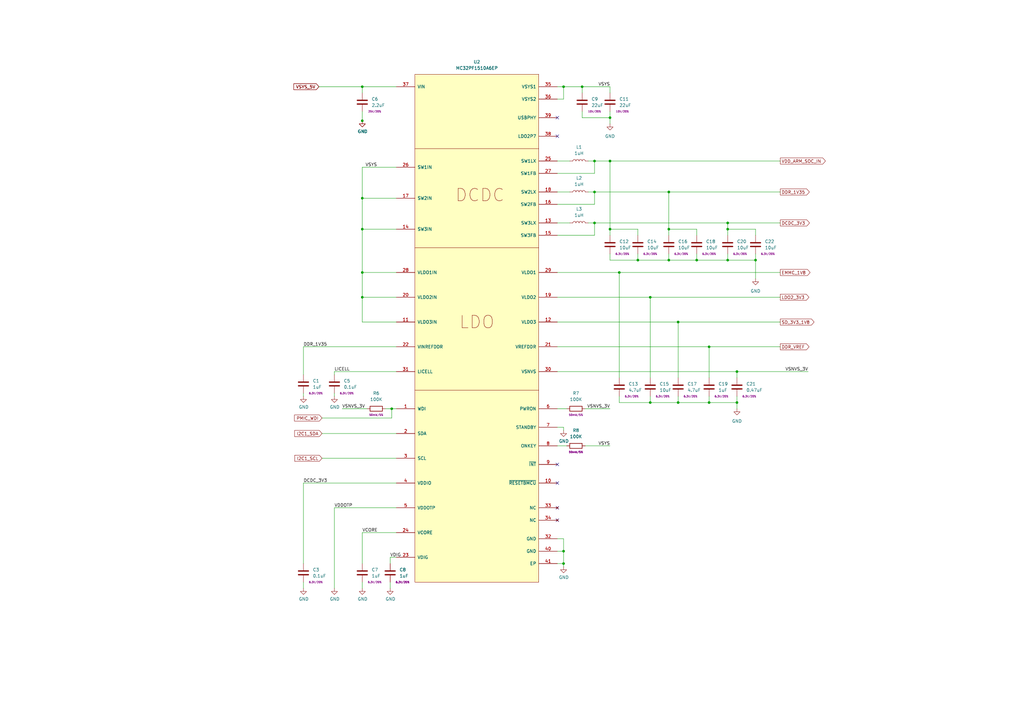
<source format=kicad_sch>
(kicad_sch (version 20211123) (generator eeschema)
  (paper "A3")
  (lib_symbols
    (symbol "Device:C" (pin_numbers hide) (pin_names (offset 0.254))
      (property "Reference" "C" (at 0.635 2.54 0))
      (property "Value" "C" (at 0.635 -2.54 0))
      (symbol "C_0_1"
        (polyline (pts (xy -2.032 -0.762) (xy 2.032 -0.762)) (stroke (width 0.508)))
        (polyline (pts (xy -2.032 0.762) (xy 2.032 0.762)) (stroke (width 0.508)))
      )
      (symbol "C_1_1"
        (pin passive line (at 0 3.81 270) (length 2.794) (name "~") (number "1"))
        (pin passive line (at 0 -3.81 90) (length 2.794) (name "~") (number "2"))
      )
    )
    (symbol "Device:L" (pin_numbers hide) (pin_names (offset 1.016) hide)
      (property "Reference" "L" (at -1.27 0 90))
      (property "Value" "L" (at 1.905 0 90))
      (symbol "L_0_1"
        (arc (start 0 -2.54) (mid 0.635 -1.905) (end 0 -1.27))
        (arc (start 0 -1.27) (mid 0.635 -0.635) (end 0 0))
        (arc (start 0 0) (mid 0.635 0.635) (end 0 1.27))
        (arc (start 0 1.27) (mid 0.635 1.905) (end 0 2.54))
      )
      (symbol "L_1_1"
        (pin passive line (at 0 3.81 270) (length 1.27) (name "1") (number "1"))
        (pin passive line (at 0 -3.81 90) (length 1.27) (name "2") (number "2"))
      )
    )
    (symbol "Device:R" (pin_numbers hide) (pin_names (offset 0))
      (property "Reference" "R" (at 2.032 0 90))
      (property "Value" "R" (at 0 0 90))
      (symbol "R_0_1"
        (rectangle (start -1.016 -2.54) (end 1.016 2.54) (stroke (width 0.254)))
      )
      (symbol "R_1_1"
        (pin passive line (at 0 3.81 270) (length 1.27) (name "~") (number "1"))
        (pin passive line (at 0 -3.81 90) (length 1.27) (name "~") (number "2"))
      )
    )
    (symbol "imx6ull-sbc:MC32PF1510A6EP" (pin_names (offset 1.016))
      (property "Reference" "U" (at -25.4 -209.55 0))
      (property "Value" "MC32PF1510A6EP" (at 16.51 -209.55 0))
      (symbol "MC32PF1510A6EP_0_0"
        (polyline (pts (xy -26.67 -129.54) (xy 24.13 -129.54)))
        (text "DCDC" (at 0 -49.53 0) (effects (font (size 5.08 5.08))))
        (text "LDO" (at -1.27 -101.6 0) (effects (font (size 5.08 5.08))))
      )
      (symbol "MC32PF1510A6EP_0_1"
        (polyline (pts (xy -26.67 -30.48) (xy 24.13 -30.48)))
        (polyline (pts (xy 24.13 -71.12) (xy -26.67 -71.12)))
      )
      (symbol "MC32PF1510A6EP_1_1"
        (rectangle (start -26.67 0) (end 24.13 -208.28) (fill (type background)))
        (pin input line (at -34.29 -137.16 0) (length 7.62) (name "WDI") (number "1"))
        (pin output line (at 31.75 -167.64 180) (length 7.62) (name "~{RESETBMCU}") (number "10"))
        (pin power_in line (at -34.29 -101.6 0) (length 7.62) (name "VLDO3IN") (number "11"))
        (pin power_out line (at 31.75 -101.6 180) (length 7.62) (name "VLDO3") (number "12"))
        (pin power_out line (at 31.75 -60.96 180) (length 7.62) (name "SW3LX") (number "13"))
        (pin power_in line (at -34.29 -63.5 0) (length 7.62) (name "SW3IN") (number "14"))
        (pin input line (at 31.75 -66.04 180) (length 7.62) (name "SW3FB") (number "15"))
        (pin input line (at 31.75 -53.34 180) (length 7.62) (name "SW2FB") (number "16"))
        (pin power_in line (at -34.29 -50.8 0) (length 7.62) (name "SW2IN") (number "17"))
        (pin power_out line (at 31.75 -48.26 180) (length 7.62) (name "SW2LX") (number "18"))
        (pin power_out line (at 31.75 -91.44 180) (length 7.62) (name "VLDO2") (number "19"))
        (pin input line (at -34.29 -147.32 0) (length 7.62) (name "SDA") (number "2"))
        (pin power_in line (at -34.29 -91.44 0) (length 7.62) (name "VLDO2IN") (number "20"))
        (pin power_out line (at 31.75 -111.76 180) (length 7.62) (name "VREFDDR") (number "21"))
        (pin power_in line (at -34.29 -111.76 0) (length 7.62) (name "VINREFDDR") (number "22"))
        (pin input line (at -34.29 -198.12 0) (length 7.62) (name "VDIG") (number "23"))
        (pin input line (at -34.29 -187.96 0) (length 7.62) (name "VCORE") (number "24"))
        (pin power_out line (at 31.75 -35.56 180) (length 7.62) (name "SW1LX") (number "25"))
        (pin power_in line (at -34.29 -38.1 0) (length 7.62) (name "SW1IN") (number "26"))
        (pin input line (at 31.75 -40.64 180) (length 7.62) (name "SW1FB") (number "27"))
        (pin power_in line (at -34.29 -81.28 0) (length 7.62) (name "VLDO1IN") (number "28"))
        (pin power_out line (at 31.75 -81.28 180) (length 7.62) (name "VLDO1") (number "29"))
        (pin input line (at -34.29 -157.48 0) (length 7.62) (name "SCL") (number "3"))
        (pin power_out line (at 31.75 -121.92 180) (length 7.62) (name "VSNVS") (number "30"))
        (pin input line (at -34.29 -121.92 0) (length 7.62) (name "LICELL") (number "31"))
        (pin power_in line (at 31.75 -190.5 180) (length 7.62) (name "GND") (number "32"))
        (pin no_connect line (at 31.75 -177.8 180) (length 7.62) (name "NC") (number "33"))
        (pin no_connect line (at 31.75 -182.88 180) (length 7.62) (name "NC") (number "34"))
        (pin power_out line (at 31.75 -5.08 180) (length 7.62) (name "VSYS1") (number "35"))
        (pin passive line (at 31.75 -10.16 180) (length 7.62) (name "VSYS2") (number "36"))
        (pin power_in line (at -34.29 -5.08 0) (length 7.62) (name "VIN") (number "37"))
        (pin power_out line (at 31.75 -25.4 180) (length 7.62) (name "LDO2P7") (number "38"))
        (pin power_out line (at 31.75 -17.78 180) (length 7.62) (name "USBPHY") (number "39"))
        (pin power_in line (at -34.29 -167.64 0) (length 7.62) (name "VDDIO") (number "4"))
        (pin power_in line (at 31.75 -195.58 180) (length 7.62) (name "GND") (number "40"))
        (pin power_in line (at 31.75 -200.66 180) (length 7.62) (name "EP") (number "41"))
        (pin power_in line (at -34.29 -177.8 0) (length 7.62) (name "VDDOTP") (number "5"))
        (pin input line (at 31.75 -137.16 180) (length 7.62) (name "PWRON") (number "6"))
        (pin input line (at 31.75 -144.78 180) (length 7.62) (name "STANDBY") (number "7"))
        (pin input line (at 31.75 -152.4 180) (length 7.62) (name "ONKEY") (number "8"))
        (pin output line (at 31.75 -160.02 180) (length 7.62) (name "~{INT}") (number "9"))
      )
    )
    (symbol "power:GND" (power) (pin_names (offset 0))
      (property "Value" "GND" (at 0 -3.81 0))
      (symbol "GND_0_1"
        (polyline (pts (xy 0 0) (xy 0 -1.27) (xy 1.27 -1.27) (xy 0 -2.54) (xy -1.27 -1.27) (xy 0 -1.27)))
      )
      (symbol "GND_1_1"
        (pin power_in line (at 0 0 270) (length 0) hide (name "GND") (number "1"))
      )
    )
  )
  (junction (at 274.32 106.68))
  (junction (at 261.62 106.68))
  (junction (at 148.59 81.28))
  (junction (at 309.88 106.68))
  (junction (at 250.19 66.04))
  (junction (at 243.84 91.44))
  (junction (at 231.14 231.14))
  (junction (at 278.13 165.1))
  (junction (at 302.26 165.1))
  (junction (at 302.26 152.4))
  (junction (at 266.7 165.1))
  (junction (at 274.32 93.98))
  (junction (at 148.59 111.76))
  (junction (at 298.45 91.44))
  (junction (at 160.655 167.64))
  (junction (at 254 111.76))
  (junction (at 298.45 93.98))
  (junction (at 298.45 106.68))
  (junction (at 238.76 35.56))
  (junction (at 290.83 142.24))
  (junction (at 266.7 121.92))
  (junction (at 250.19 93.98))
  (junction (at 278.13 132.08))
  (junction (at 148.59 49.53))
  (junction (at 148.59 93.98))
  (junction (at 274.32 78.74))
  (junction (at 285.75 106.68))
  (junction (at 148.59 121.92))
  (junction (at 243.84 78.74))
  (junction (at 231.14 226.06))
  (junction (at 243.84 66.04))
  (junction (at 231.14 35.56))
  (junction (at 290.83 165.1))
  (junction (at 250.19 48.26))
  (junction (at 148.59 35.56))
  (no_connect (at 228.6 208.28))
  (no_connect (at 228.6 213.36))
  (no_connect (at 228.6 198.12))
  (no_connect (at 228.6 190.5))
  (no_connect (at 228.6 48.26))
  (no_connect (at 228.6 55.88))
  (wire (pts (xy 162.56 81.28) (xy 148.59 81.28)))
  (wire (pts (xy 266.7 121.92) (xy 266.7 154.94)))
  (wire (pts (xy 162.56 132.08) (xy 148.59 132.08)))
  (wire (pts (xy 228.6 83.82) (xy 243.84 83.82)))
  (wire (pts (xy 243.84 83.82) (xy 243.84 78.74)))
  (wire (pts (xy 243.84 78.74) (xy 241.3 78.74)))
  (wire (pts (xy 228.6 152.4) (xy 302.26 152.4)))
  (wire (pts (xy 302.26 152.4) (xy 331.47 152.4)))
  (wire (pts (xy 160.655 167.64) (xy 160.655 171.45)))
  (wire (pts (xy 302.26 152.4) (xy 302.26 154.94)))
  (wire (pts (xy 240.03 167.64) (xy 250.19 167.64)))
  (wire (pts (xy 243.84 96.52) (xy 243.84 91.44)))
  (wire (pts (xy 228.6 96.52) (xy 243.84 96.52)))
  (wire (pts (xy 243.84 91.44) (xy 241.3 91.44)))
  (wire (pts (xy 228.6 111.76) (xy 254 111.76)))
  (wire (pts (xy 137.16 161.29) (xy 137.16 162.56)))
  (wire (pts (xy 261.62 104.14) (xy 261.62 106.68)))
  (wire (pts (xy 298.45 104.14) (xy 298.45 106.68)))
  (wire (pts (xy 124.46 198.12) (xy 162.56 198.12)))
  (wire (pts (xy 162.56 121.92) (xy 148.59 121.92)))
  (wire (pts (xy 231.14 231.14) (xy 231.14 232.41)))
  (wire (pts (xy 228.6 66.04) (xy 233.68 66.04)))
  (wire (pts (xy 254 165.1) (xy 266.7 165.1)))
  (wire (pts (xy 254 162.56) (xy 254 165.1)))
  (wire (pts (xy 290.83 165.1) (xy 302.26 165.1)))
  (wire (pts (xy 302.26 165.1) (xy 302.26 162.56)))
  (wire (pts (xy 278.13 165.1) (xy 290.83 165.1)))
  (wire (pts (xy 266.7 165.1) (xy 278.13 165.1)))
  (wire (pts (xy 137.16 152.4) (xy 137.16 153.67)))
  (wire (pts (xy 162.56 68.58) (xy 148.59 68.58)))
  (wire (pts (xy 148.59 121.92) (xy 148.59 132.08)))
  (wire (pts (xy 278.13 162.56) (xy 278.13 165.1)))
  (wire (pts (xy 285.75 106.68) (xy 298.45 106.68)))
  (wire (pts (xy 261.62 106.68) (xy 274.32 106.68)))
  (wire (pts (xy 274.32 106.68) (xy 285.75 106.68)))
  (wire (pts (xy 250.19 106.68) (xy 261.62 106.68)))
  (wire (pts (xy 250.19 104.14) (xy 250.19 106.68)))
  (wire (pts (xy 298.45 106.68) (xy 309.88 106.68)))
  (wire (pts (xy 228.6 167.64) (xy 232.41 167.64)))
  (wire (pts (xy 290.83 162.56) (xy 290.83 165.1)))
  (wire (pts (xy 160.02 238.76) (xy 160.02 241.3)))
  (wire (pts (xy 124.46 161.29) (xy 124.46 162.56)))
  (wire (pts (xy 124.46 198.12) (xy 124.46 231.14)))
  (wire (pts (xy 124.46 238.76) (xy 124.46 241.3)))
  (wire (pts (xy 274.32 78.74) (xy 320.04 78.74)))
  (wire (pts (xy 243.84 78.74) (xy 274.32 78.74)))
  (wire (pts (xy 238.76 35.56) (xy 238.76 38.1)))
  (wire (pts (xy 285.75 104.14) (xy 285.75 106.68)))
  (wire (pts (xy 228.6 132.08) (xy 278.13 132.08)))
  (wire (pts (xy 137.16 208.28) (xy 137.16 241.3)))
  (wire (pts (xy 228.6 142.24) (xy 290.83 142.24)))
  (wire (pts (xy 148.59 218.44) (xy 148.59 231.14)))
  (wire (pts (xy 162.56 111.76) (xy 148.59 111.76)))
  (wire (pts (xy 132.08 171.45) (xy 160.655 171.45)))
  (wire (pts (xy 309.88 104.14) (xy 309.88 106.68)))
  (wire (pts (xy 309.88 106.68) (xy 309.88 114.3)))
  (wire (pts (xy 274.32 104.14) (xy 274.32 106.68)))
  (wire (pts (xy 160.02 228.6) (xy 160.02 231.14)))
  (wire (pts (xy 228.6 91.44) (xy 233.68 91.44)))
  (wire (pts (xy 162.56 93.98) (xy 148.59 93.98)))
  (wire (pts (xy 302.26 165.1) (xy 302.26 167.64)))
  (wire (pts (xy 148.59 68.58) (xy 148.59 81.28)))
  (wire (pts (xy 140.335 167.64) (xy 150.495 167.64)))
  (wire (pts (xy 298.45 93.98) (xy 309.88 93.98)))
  (wire (pts (xy 309.88 96.52) (xy 309.88 93.98)))
  (wire (pts (xy 274.32 93.98) (xy 274.32 96.52)))
  (wire (pts (xy 274.32 78.74) (xy 274.32 93.98)))
  (wire (pts (xy 243.84 91.44) (xy 298.45 91.44)))
  (wire (pts (xy 298.45 91.44) (xy 320.04 91.44)))
  (wire (pts (xy 148.59 45.72) (xy 148.59 49.53)))
  (wire (pts (xy 228.6 182.88) (xy 232.41 182.88)))
  (wire (pts (xy 148.59 93.98) (xy 148.59 111.76)))
  (wire (pts (xy 148.59 238.76) (xy 148.59 241.3)))
  (wire (pts (xy 124.46 142.24) (xy 162.56 142.24)))
  (wire (pts (xy 132.08 177.8) (xy 162.56 177.8)))
  (wire (pts (xy 240.03 182.88) (xy 250.19 182.88)))
  (wire (pts (xy 254 111.76) (xy 320.04 111.76)))
  (wire (pts (xy 228.6 40.64) (xy 231.14 40.64)))
  (wire (pts (xy 231.14 35.56) (xy 231.14 40.64)))
  (wire (pts (xy 290.83 142.24) (xy 320.04 142.24)))
  (wire (pts (xy 124.46 142.24) (xy 124.46 153.67)))
  (wire (pts (xy 266.7 121.92) (xy 320.04 121.92)))
  (wire (pts (xy 228.6 121.92) (xy 266.7 121.92)))
  (wire (pts (xy 228.6 231.14) (xy 231.14 231.14)))
  (wire (pts (xy 137.16 152.4) (xy 162.56 152.4)))
  (wire (pts (xy 290.83 142.24) (xy 290.83 154.94)))
  (wire (pts (xy 250.19 66.04) (xy 320.04 66.04)))
  (wire (pts (xy 243.84 66.04) (xy 250.19 66.04)))
  (wire (pts (xy 228.6 78.74) (xy 233.68 78.74)))
  (wire (pts (xy 278.13 132.08) (xy 320.04 132.08)))
  (wire (pts (xy 162.56 228.6) (xy 160.02 228.6)))
  (wire (pts (xy 250.19 48.26) (xy 250.19 50.8)))
  (wire (pts (xy 250.19 45.72) (xy 250.19 48.26)))
  (wire (pts (xy 160.655 167.64) (xy 162.56 167.64)))
  (wire (pts (xy 158.115 167.64) (xy 160.655 167.64)))
  (wire (pts (xy 231.14 175.26) (xy 231.14 176.53)))
  (wire (pts (xy 254 111.76) (xy 254 154.94)))
  (wire (pts (xy 261.62 96.52) (xy 261.62 93.98)))
  (wire (pts (xy 250.19 93.98) (xy 261.62 93.98)))
  (wire (pts (xy 148.59 38.1) (xy 148.59 35.56)))
  (wire (pts (xy 137.16 208.28) (xy 162.56 208.28)))
  (wire (pts (xy 278.13 132.08) (xy 278.13 154.94)))
  (wire (pts (xy 298.45 93.98) (xy 298.45 96.52)))
  (wire (pts (xy 298.45 91.44) (xy 298.45 93.98)))
  (wire (pts (xy 148.59 218.44) (xy 162.56 218.44)))
  (wire (pts (xy 231.14 220.98) (xy 228.6 220.98)))
  (wire (pts (xy 231.14 226.06) (xy 231.14 220.98)))
  (wire (pts (xy 231.14 231.14) (xy 231.14 226.06)))
  (wire (pts (xy 130.81 35.56) (xy 148.59 35.56)))
  (wire (pts (xy 148.59 81.28) (xy 148.59 93.98)))
  (wire (pts (xy 241.3 66.04) (xy 243.84 66.04)))
  (wire (pts (xy 228.6 71.12) (xy 243.84 71.12)))
  (wire (pts (xy 243.84 66.04) (xy 243.84 71.12)))
  (wire (pts (xy 148.59 111.76) (xy 148.59 121.92)))
  (wire (pts (xy 228.6 175.26) (xy 231.14 175.26)))
  (wire (pts (xy 238.76 35.56) (xy 250.19 35.56)))
  (wire (pts (xy 250.19 35.56) (xy 250.19 38.1)))
  (wire (pts (xy 231.14 35.56) (xy 238.76 35.56)))
  (wire (pts (xy 228.6 35.56) (xy 231.14 35.56)))
  (wire (pts (xy 274.32 93.98) (xy 285.75 93.98)))
  (wire (pts (xy 285.75 96.52) (xy 285.75 93.98)))
  (wire (pts (xy 148.59 35.56) (xy 162.56 35.56)))
  (wire (pts (xy 132.08 187.96) (xy 162.56 187.96)))
  (wire (pts (xy 228.6 226.06) (xy 231.14 226.06)))
  (wire (pts (xy 250.19 66.04) (xy 250.19 93.98)))
  (wire (pts (xy 250.19 93.98) (xy 250.19 96.52)))
  (wire (pts (xy 266.7 162.56) (xy 266.7 165.1)))
  (wire (pts (xy 238.76 48.26) (xy 250.19 48.26)))
  (wire (pts (xy 238.76 45.72) (xy 238.76 48.26)))
  (label "VSNVS_3V" (at 331.47 152.4 180))
  (label "VDIG" (at 160.02 228.6 0))
  (label "VDDOTP" (at 137.16 208.28 0))
  (label "VSNVS_3V" (at 250.19 167.64 180))
  (label "VSNVS_3V" (at 140.335 167.64 0))
  (label "DDR_1V35" (at 124.46 142.24 0))
  (label "VSYS" (at 250.19 35.56 180))
  (label "LICELL" (at 137.16 152.4 0))
  (label "VSYS" (at 250.19 182.88 180))
  (label "VCORE" (at 148.59 218.44 0))
  (label "VSYS" (at 149.86 68.58 0))
  (label "DCDC_3V3" (at 124.46 198.12 0))
  (global_label "VSYS_5V" (shape input) (at 130.81 35.56 180) (property "Intersheet References" "${INTERSHEET_REFS}" (effects hide)))
  (global_label "VDD_ARM_SOC_IN" (shape output) (at 320.04 66.04 0) (property "Intersheet References" "${INTERSHEET_REFS}" (effects hide)))
  (global_label "I2C1_SDA" (shape input) (at 132.08 177.8 180) (property "Intersheet References" "${INTERSHEET_REFS}" (effects hide)))
  (global_label "DDR_1V35" (shape output) (at 320.04 78.74 0) (property "Intersheet References" "${INTERSHEET_REFS}" (effects hide)))
  (global_label "DDR_VREF" (shape output) (at 320.04 142.24 0) (property "Intersheet References" "${INTERSHEET_REFS}" (effects hide)))
  (global_label "VSYS_5V" (shape input) (at 130.81 35.56 180) (property "Intersheet References" "${INTERSHEET_REFS}" (effects hide)))
  (global_label "DCDC_3V3" (shape output) (at 320.04 91.44 0) (property "Intersheet References" "${INTERSHEET_REFS}" (effects hide)))
  (global_label "PMIC_WDI" (shape input) (at 132.08 171.45 180) (property "Intersheet References" "${INTERSHEET_REFS}" (effects hide)))
  (global_label "EMMC_1V8" (shape output) (at 320.04 111.76 0) (property "Intersheet References" "${INTERSHEET_REFS}" (effects hide)))
  (global_label "LDO2_3V3" (shape output) (at 320.04 121.92 0) (property "Intersheet References" "${INTERSHEET_REFS}" (effects hide)))
  (global_label "I2C1_SCL" (shape input) (at 132.08 187.96 180) (property "Intersheet References" "${INTERSHEET_REFS}" (effects hide)))
  (global_label "SD_3V3_1V8" (shape output) (at 320.04 132.08 0) (property "Intersheet References" "${INTERSHEET_REFS}" (effects hide)))
  (symbol (lib_id "Device:C") (at 137.16 157.48 0) (unit 1)
    (property "Reference" "C5" (at 140.97 156.2099 0) (effects (justify left)))
    (property "Value" "0.1uF" (at 140.97 158.7499 0) (effects (justify left)))
    (property "Footprint" "Capacitor_SMD:C_0402_1005Metric" (effects hide))
    (property "Rating" "6.3V/20%" (at 142.24 161.29 0) (effects (font (size 0.762 0.762))))
  )
  (symbol (lib_id "power:GND") (at 137.16 162.56 0) (unit 1)
    (property "Reference" "#PWR0113" (effects hide))
    (property "Value" "GND" (at 137.287 166.9542 0))
  )
  (symbol (lib_id "power:GND") (at 148.59 49.53 0) (unit 1)
    (property "Reference" "#PWR0117" (effects hide))
    (property "Value" "GND" (at 148.717 53.9242 0))
  )
  (symbol (lib_id "Device:C") (at 266.7 158.75 0) (unit 1)
    (property "Reference" "C15" (at 270.51 157.4799 0) (effects (justify left)))
    (property "Value" "10uF" (at 270.51 160.0199 0) (effects (justify left)))
    (property "Footprint" "Capacitor_SMD:C_0402_1005Metric" (effects hide))
    (property "Rating" "6.3V/20%" (at 271.78 162.56 0) (effects (font (size 0.762 0.762))))
  )
  (symbol (lib_id "Device:C") (at 250.19 100.33 0) (unit 1)
    (property "Reference" "C12" (at 254 99.0599 0) (effects (justify left)))
    (property "Value" "10uF" (at 254 101.5999 0) (effects (justify left)))
    (property "Footprint" "Capacitor_SMD:C_0402_1005Metric" (effects hide))
    (property "Rating" "6.3V/20%" (at 255.27 104.14 0) (effects (font (size 0.762 0.762))))
  )
  (symbol (lib_id "Device:C") (at 290.83 158.75 0) (unit 1)
    (property "Reference" "C19" (at 294.64 157.4799 0) (effects (justify left)))
    (property "Value" "1uF" (at 294.64 160.0199 0) (effects (justify left)))
    (property "Footprint" "Capacitor_SMD:C_0402_1005Metric" (effects hide))
    (property "Rating" "6.3V/20%" (at 295.91 162.56 0) (effects (font (size 0.762 0.762))))
  )
  (symbol (lib_id "power:GND") (at 124.46 241.3 0) (unit 1)
    (property "Reference" "#PWR0118" (effects hide))
    (property "Value" "GND" (at 124.587 245.6942 0))
  )
  (symbol (lib_id "Device:R") (at 236.22 167.64 90) (unit 1)
    (property "Reference" "R7" (at 236.22 161.29 90))
    (property "Value" "100K" (at 236.22 163.83 90))
    (property "Footprint" "Resistor_SMD:R_0402_1005Metric" (effects hide))
    (property "Rating" "50mW/5%" (at 236.22 170.18 90) (effects (font (size 0.762 0.762))))
  )
  (symbol (lib_id "Device:R") (at 236.22 182.88 90) (unit 1)
    (property "Reference" "R8" (at 236.22 176.53 90))
    (property "Value" "100K" (at 236.22 179.07 90))
    (property "Footprint" "Resistor_SMD:R_0402_1005Metric" (effects hide))
    (property "Rating" "50mW/5%" (at 236.22 185.42 90) (effects (font (size 0.762 0.762))))
  )
  (symbol (lib_id "Device:C") (at 238.76 41.91 0) (unit 1)
    (property "Reference" "C9" (at 242.57 40.6399 0) (effects (justify left)))
    (property "Value" "22uF" (at 242.57 43.1799 0) (effects (justify left)))
    (property "Footprint" "Capacitor_SMD:C_0603_1608Metric" (effects hide))
    (property "Rating" "10V/20%" (at 243.84 45.72 0) (effects (font (size 0.762 0.762))))
  )
  (symbol (lib_id "Device:C") (at 298.45 100.33 0) (unit 1)
    (property "Reference" "C20" (at 302.26 99.0599 0) (effects (justify left)))
    (property "Value" "10uF" (at 302.26 101.5999 0) (effects (justify left)))
    (property "Footprint" "Capacitor_SMD:C_0402_1005Metric" (effects hide))
    (property "Rating" "6.3V/20%" (at 303.53 104.14 0) (effects (font (size 0.762 0.762))))
  )
  (symbol (lib_id "Device:C") (at 302.26 158.75 0) (unit 1)
    (property "Reference" "C21" (at 306.07 157.4799 0) (effects (justify left)))
    (property "Value" "0.47uF" (at 306.07 160.0199 0) (effects (justify left)))
    (property "Footprint" "Capacitor_SMD:C_0402_1005Metric" (effects hide))
    (property "Rating" "6.3V/20%" (at 307.34 162.56 0) (effects (font (size 0.762 0.762))))
  )
  (symbol (lib_id "power:GND") (at 231.14 232.41 0) (unit 1)
    (property "Reference" "#PWR0123" (effects hide))
    (property "Value" "GND" (at 231.267 236.8042 0))
  )
  (symbol (lib_id "power:GND") (at 250.19 50.8 0) (unit 1)
    (property "Reference" "#PWR0111" (effects hide))
    (property "Value" "GND" (at 250.19 55.88 0))
  )
  (symbol (lib_id "Device:L") (at 237.49 78.74 90) (unit 1)
    (property "Reference" "L2" (at 237.49 73.025 90))
    (property "Value" "1uH" (at 237.49 75.565 90))
    (property "Footprint" "Inductor_SMD:L_0603_1608Metric" (effects hide))
  )
  (symbol (lib_id "Device:C") (at 124.46 234.95 0) (unit 1)
    (property "Reference" "C3" (at 128.27 233.6799 0) (effects (justify left)))
    (property "Value" "0.1uF" (at 128.27 236.2199 0) (effects (justify left)))
    (property "Footprint" "Capacitor_SMD:C_0402_1005Metric" (effects hide))
    (property "Rating" "6.3V/20%" (at 129.54 238.76 0) (effects (font (size 0.762 0.762))))
  )
  (symbol (lib_id "Device:C") (at 124.46 157.48 0) (unit 1)
    (property "Reference" "C1" (at 128.27 156.2099 0) (effects (justify left)))
    (property "Value" "1uF" (at 128.27 158.7499 0) (effects (justify left)))
    (property "Footprint" "Capacitor_SMD:C_0402_1005Metric" (effects hide))
    (property "Rating" "6.3V/20%" (at 129.54 161.29 0) (effects (font (size 0.762 0.762))))
  )
  (symbol (lib_id "Device:L") (at 237.49 66.04 90) (unit 1)
    (property "Reference" "L1" (at 237.49 60.325 90))
    (property "Value" "1uH" (at 237.49 62.865 90))
    (property "Footprint" "Inductor_SMD:L_0603_1608Metric" (effects hide))
  )
  (symbol (lib_id "imx6ull-sbc:MC32PF1510A6EP") (at 196.85 30.48 0) (unit 1)
    (property "Reference" "U2" (at 195.58 25.4 0))
    (property "Value" "MC32PF1510A6EP" (at 195.58 27.94 0))
    (property "Footprint" "Package_DFN_QFN:QFN-40-1EP_5x5mm_P0.4mm_EP3.8x3.8mm_ThermalVias" (effects hide))
  )
  (symbol (lib_id "power:GND") (at 302.26 167.64 0) (unit 1)
    (property "Reference" "#PWR0112" (effects hide))
    (property "Value" "GND" (at 302.26 172.72 0))
  )
  (symbol (lib_id "Device:C") (at 148.59 234.95 0) (unit 1)
    (property "Reference" "C7" (at 152.4 233.6799 0) (effects (justify left)))
    (property "Value" "1uF" (at 152.4 236.2199 0) (effects (justify left)))
    (property "Footprint" "Capacitor_SMD:C_0402_1005Metric" (effects hide))
    (property "Rating" "6.3V/20%" (at 153.67 238.76 0) (effects (font (size 0.762 0.762))))
  )
  (symbol (lib_id "power:GND") (at 148.59 49.53 0) (unit 1)
    (property "Reference" "#PWR0116" (effects hide))
    (property "Value" "GND" (at 148.717 53.9242 0))
  )
  (symbol (lib_id "Device:C") (at 254 158.75 0) (unit 1)
    (property "Reference" "C13" (at 257.81 157.4799 0) (effects (justify left)))
    (property "Value" "4.7uF" (at 257.81 160.0199 0) (effects (justify left)))
    (property "Footprint" "Capacitor_SMD:C_0402_1005Metric" (effects hide))
    (property "Rating" "6.3V/20%" (at 259.08 162.56 0) (effects (font (size 0.762 0.762))))
  )
  (symbol (lib_id "power:GND") (at 231.14 176.53 0) (unit 1)
    (property "Reference" "#PWR0122" (effects hide))
    (property "Value" "GND" (at 231.267 180.9242 0))
  )
  (symbol (lib_id "Device:C") (at 274.32 100.33 0) (unit 1)
    (property "Reference" "C16" (at 278.13 99.0599 0) (effects (justify left)))
    (property "Value" "10uF" (at 278.13 101.5999 0) (effects (justify left)))
    (property "Footprint" "Capacitor_SMD:C_0402_1005Metric" (effects hide))
    (property "Rating" "6.3V/20%" (at 279.4 104.14 0) (effects (font (size 0.762 0.762))))
  )
  (symbol (lib_id "Device:C") (at 278.13 158.75 0) (unit 1)
    (property "Reference" "C17" (at 281.94 157.4799 0) (effects (justify left)))
    (property "Value" "4.7uF" (at 281.94 160.0199 0) (effects (justify left)))
    (property "Footprint" "Capacitor_SMD:C_0402_1005Metric" (effects hide))
    (property "Rating" "6.3V/20%" (at 283.21 162.56 0) (effects (font (size 0.762 0.762))))
  )
  (symbol (lib_id "Device:C") (at 148.59 41.91 0) (unit 1)
    (property "Reference" "C6" (at 152.4 40.6399 0) (effects (justify left)))
    (property "Value" "2.2uF" (at 152.4 43.1799 0) (effects (justify left)))
    (property "Footprint" "Capacitor_SMD:C_0402_1005Metric" (effects hide))
    (property "Rating" "25V/20%" (at 153.67 45.72 0) (effects (font (size 0.762 0.762))))
  )
  (symbol (lib_id "Device:L") (at 237.49 91.44 90) (unit 1)
    (property "Reference" "L3" (at 237.49 85.725 90))
    (property "Value" "1uH" (at 237.49 88.265 90))
    (property "Footprint" "Inductor_SMD:L_0603_1608Metric" (effects hide))
  )
  (symbol (lib_id "Device:C") (at 250.19 41.91 0) (unit 1)
    (property "Reference" "C11" (at 254 40.6399 0) (effects (justify left)))
    (property "Value" "22uF" (at 254 43.1799 0) (effects (justify left)))
    (property "Footprint" "Capacitor_SMD:C_0603_1608Metric" (effects hide))
    (property "Rating" "10V/20%" (at 255.27 45.72 0) (effects (font (size 0.762 0.762))))
  )
  (symbol (lib_id "Device:R") (at 154.305 167.64 90) (unit 1)
    (property "Reference" "R6" (at 154.305 161.29 90))
    (property "Value" "100K" (at 154.305 163.83 90))
    (property "Footprint" "Resistor_SMD:R_0402_1005Metric" (effects hide))
    (property "Rating" "50mW/5%" (at 154.305 170.18 90) (effects (font (size 0.762 0.762))))
  )
  (symbol (lib_id "power:GND") (at 137.16 241.3 0) (unit 1)
    (property "Reference" "#PWR0119" (effects hide))
    (property "Value" "GND" (at 137.287 245.6942 0))
  )
  (symbol (lib_id "Device:C") (at 160.02 234.95 0) (unit 1)
    (property "Reference" "C8" (at 163.83 233.6799 0) (effects (justify left)))
    (property "Value" "1uF" (at 163.83 236.2199 0) (effects (justify left)))
    (property "Footprint" "Capacitor_SMD:C_0402_1005Metric" (effects hide))
    (property "Rating" "6.3V/20%" (at 165.1 238.76 0) (effects (font (size 0.762 0.762))))
  )
  (symbol (lib_id "Device:C") (at 285.75 100.33 0) (unit 1)
    (property "Reference" "C18" (at 289.56 99.0599 0) (effects (justify left)))
    (property "Value" "10uF" (at 289.56 101.5999 0) (effects (justify left)))
    (property "Footprint" "Capacitor_SMD:C_0402_1005Metric" (effects hide))
    (property "Rating" "6.3V/20%" (at 290.83 104.14 0) (effects (font (size 0.762 0.762))))
  )
  (symbol (lib_id "power:GND") (at 124.46 162.56 0) (unit 1)
    (property "Reference" "#PWR0114" (effects hide))
    (property "Value" "GND" (at 124.587 166.9542 0))
  )
  (symbol (lib_id "power:GND") (at 309.88 114.3 0) (unit 1)
    (property "Reference" "#PWR0115" (effects hide))
    (property "Value" "GND" (at 309.88 119.38 0))
  )
  (symbol (lib_id "power:GND") (at 160.02 241.3 0) (unit 1)
    (property "Reference" "#PWR0120" (effects hide))
    (property "Value" "GND" (at 160.147 245.6942 0))
  )
  (symbol (lib_id "power:GND") (at 148.59 241.3 0) (unit 1)
    (property "Reference" "#PWR0121" (effects hide))
    (property "Value" "GND" (at 148.717 245.6942 0))
  )
  (symbol (lib_id "Device:C") (at 261.62 100.33 0) (unit 1)
    (property "Reference" "C14" (at 265.43 99.0599 0) (effects (justify left)))
    (property "Value" "10uF" (at 265.43 101.5999 0) (effects (justify left)))
    (property "Footprint" "Capacitor_SMD:C_0402_1005Metric" (effects hide))
    (property "Rating" "6.3V/20%" (at 266.7 104.14 0) (effects (font (size 0.762 0.762))))
  )
  (symbol (lib_id "Device:C") (at 309.88 100.33 0) (unit 1)
    (property "Reference" "C22" (at 313.69 99.0599 0) (effects (justify left)))
    (property "Value" "10uF" (at 313.69 101.5999 0) (effects (justify left)))
    (property "Footprint" "Capacitor_SMD:C_0402_1005Metric" (effects hide))
    (property "Rating" "6.3V/20%" (at 314.96 104.14 0) (effects (font (size 0.762 0.762))))
  )
)
</source>
